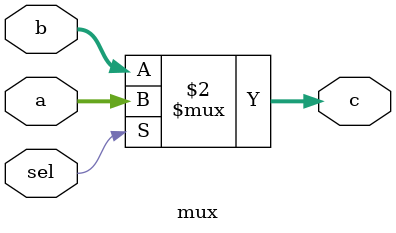
<source format=v>

module mux #(parameter N=8) ( 
    input [N-1:0] a,
    input [N-1:0] b,
    input sel,
    output [N-1:0] c);
    
    assign c = (sel == 1'b1) ? a : b;
    
    endmodule
    

</source>
